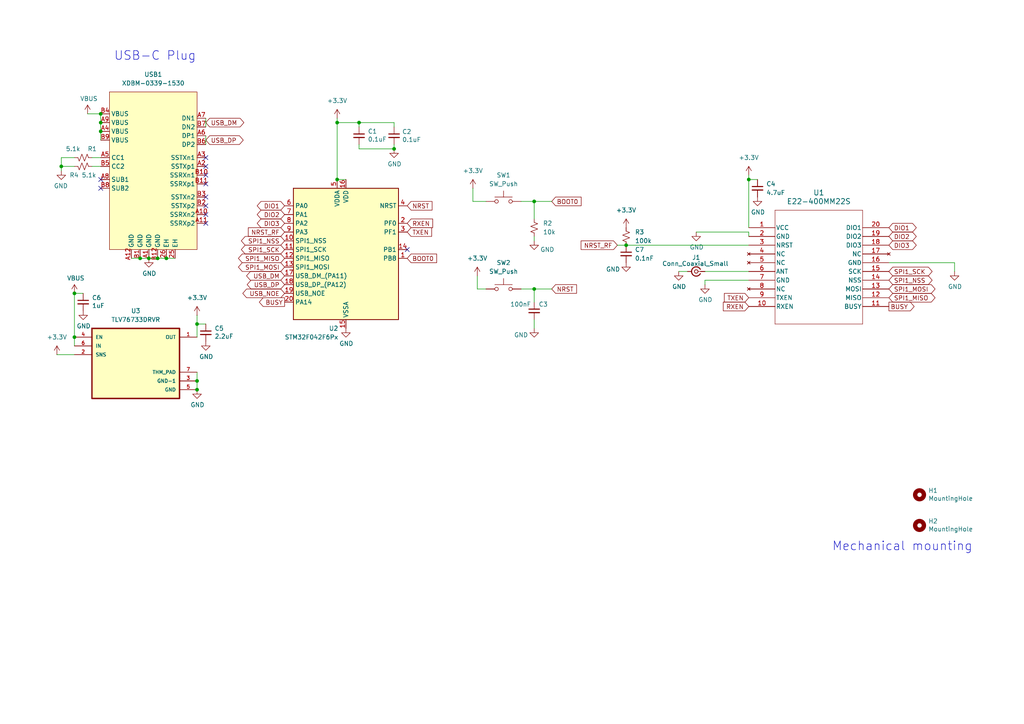
<source format=kicad_sch>
(kicad_sch (version 20250114) (generator "eeschema") (generator_version "9.0")
  (paper "A4")
  (lib_symbols
    (symbol "Connector:Conn_Coaxial_Small" (pin_numbers (hide yes)) (pin_names (offset 1.016) (hide yes))
      (property "Reference" "J" (at 0.254 3.048 0))
      (property "Value" "Conn_Coaxial_Small" (at 0 -3.81 0))
      (symbol "Conn_Coaxial_Small_0_1"
        (polyline (pts (xy -2.54 0) (xy -0.508 0)))
        (circle (center 0 0) (radius 0.508) (stroke (width 0.2032)))
      )
      (symbol "Conn_Coaxial_Small_1_1"
        (arc (start 1.3484 0.0039) (mid 0.327 -1.308) (end -1.1916 -0.6311) (stroke (width 0.3048)))
        (arc (start -1.1916 0.6311) (mid 0.327 1.3081) (end 1.3484 -0.0039) (stroke (width 0.3048)))
        (pin passive line (at -2.54 0 0) (length 1.27) (name "In") (number "1"))
        (pin passive line (at 2.54 0 180) (length 1.27) (name "Ext") (number "2"))
      )
    )
    (symbol "Device:C_Small" (pin_numbers (hide yes)) (pin_names (offset 0.254) (hide yes))
      (property "Reference" "C" (at 0.254 1.778 0))
      (property "Value" "C_Small" (at 0.254 -2.032 0))
      (symbol "C_Small_0_1"
        (polyline (pts (xy -1.524 0.508) (xy 1.524 0.508)) (stroke (width 0.3048)))
        (polyline (pts (xy -1.524 -0.508) (xy 1.524 -0.508)) (stroke (width 0.3302)))
      )
      (symbol "C_Small_1_1"
        (pin passive line (at 0 2.54 270) (length 2.032) (name "~") (number "1"))
        (pin passive line (at 0 -2.54 90) (length 2.032) (name "~") (number "2"))
      )
    )
    (symbol "Device:R_Small_US" (pin_numbers (hide yes)) (pin_names (offset 0.254) (hide yes))
      (property "Reference" "R" (at 0.762 0.508 0))
      (property "Value" "R_Small_US" (at 0.762 -1.016 0))
      (symbol "R_Small_US_1_1"
        (polyline (pts (xy 0 1.524) (xy 1.016 1.143) (xy 0 0.762) (xy -1.016 0.381) (xy 0 0)))
        (polyline (pts (xy 0 0) (xy 1.016 -0.381) (xy 0 -0.762) (xy -1.016 -1.143) (xy 0 -1.524)))
        (pin passive line (at 0 2.54 270) (length 1.016) (name "~") (number "1"))
        (pin passive line (at 0 -2.54 90) (length 1.016) (name "~") (number "2"))
      )
    )
    (symbol "E22-400MM22S:E22-400MM22S" (pin_names (offset 0.254))
      (property "Reference" "U" (at 20.32 10.16 0))
      (property "Value" "E22-400MM22S" (at 20.32 7.62 0))
      (symbol "E22-400MM22S_0_1"
        (polyline (pts (xy 7.62 5.08) (xy 7.62 -27.94)) (stroke (width 0.127)))
        (polyline (pts (xy 7.62 -27.94) (xy 33.02 -27.94)) (stroke (width 0.127)))
        (polyline (pts (xy 33.02 5.08) (xy 7.62 5.08)) (stroke (width 0.127)))
        (polyline (pts (xy 33.02 -27.94) (xy 33.02 5.08)) (stroke (width 0.127)))
        (pin power_in line (at 0 0 0) (length 7.62) (name "VCC") (number "1"))
        (pin power_out line (at 0 -2.54 0) (length 7.62) (name "GND") (number "2"))
        (pin input line (at 0 -5.08 0) (length 7.62) (name "NRST") (number "3"))
        (pin no_connect line (at 0 -7.62 0) (length 7.62) (name "NC") (number "4"))
        (pin no_connect line (at 0 -10.16 0) (length 7.62) (name "NC") (number "5"))
        (pin unspecified line (at 0 -12.7 0) (length 7.62) (name "ANT") (number "6"))
        (pin power_out line (at 0 -15.24 0) (length 7.62) (name "GND") (number "7"))
        (pin no_connect line (at 0 -17.78 0) (length 7.62) (name "NC") (number "8"))
        (pin input line (at 0 -20.32 0) (length 7.62) (name "TXEN") (number "9"))
        (pin input line (at 0 -22.86 0) (length 7.62) (name "RXEN") (number "10"))
        (pin bidirectional line (at 40.64 0 180) (length 7.62) (name "DIO1") (number "20"))
        (pin bidirectional line (at 40.64 -2.54 180) (length 7.62) (name "DIO2") (number "19"))
        (pin bidirectional line (at 40.64 -5.08 180) (length 7.62) (name "DIO3") (number "18"))
        (pin no_connect line (at 40.64 -7.62 180) (length 7.62) (name "NC") (number "17"))
        (pin power_out line (at 40.64 -10.16 180) (length 7.62) (name "GND") (number "16"))
        (pin input line (at 40.64 -12.7 180) (length 7.62) (name "SCK") (number "15"))
        (pin input line (at 40.64 -15.24 180) (length 7.62) (name "NSS") (number "14"))
        (pin input line (at 40.64 -17.78 180) (length 7.62) (name "MOSI") (number "13"))
        (pin output line (at 40.64 -20.32 180) (length 7.62) (name "MISO") (number "12"))
        (pin output line (at 40.64 -22.86 180) (length 7.62) (name "BUSY") (number "11"))
      )
    )
    (symbol "Expansion_Card-rescue:GND-power" (power) (pin_names (offset 0))
      (property "Value" "power_GND" (at 0 -3.81 0))
      (symbol "GND-power_0_1"
        (polyline (pts (xy 0 0) (xy 0 -1.27) (xy 1.27 -1.27) (xy 0 -2.54) (xy -1.27 -1.27) (xy 0 -1.27)))
      )
      (symbol "GND-power_1_1"
        (pin power_in line (at 0 0 270) (length 0) (hide yes) (name "GND") (number "1"))
      )
    )
    (symbol "Expansion_Card-rescue:VBUS-power" (power) (pin_names (offset 0))
      (property "Value" "power_VBUS" (at 0 3.81 0))
      (symbol "VBUS-power_0_1"
        (polyline (pts (xy -0.762 1.27) (xy 0 2.54)))
        (polyline (pts (xy 0 2.54) (xy 0.762 1.27)))
        (polyline (pts (xy 0 0) (xy 0 2.54)))
      )
      (symbol "VBUS-power_1_1"
        (pin power_in line (at 0 0 90) (length 0) (hide yes) (name "VBUS") (number "1"))
      )
    )
    (symbol "MCU_ST_STM32F0:STM32F042F6Px"
      (property "Reference" "U" (at -15.24 21.59 0))
      (property "Value" "STM32F042F6Px" (at 5.08 21.59 0))
      (symbol "STM32F042F6Px_0_1"
        (rectangle (start -15.24 -17.78) (end 15.24 20.32) (stroke (width 0.254)) (fill (type background)))
      )
      (symbol "STM32F042F6Px_1_1"
        (pin input line (at -17.78 15.24 0) (length 2.54) (name "NRST") (number "4"))
        (pin bidirectional line (at -17.78 10.16 0) (length 2.54) (name "PF0") (number "2"))
        (pin bidirectional line (at -17.78 7.62 0) (length 2.54) (name "PF1") (number "3"))
        (pin bidirectional line (at -17.78 2.54 0) (length 2.54) (name "PB1") (number "14"))
        (pin bidirectional line (at -17.78 0 0) (length 2.54) (name "PB8") (number "1"))
        (pin power_in line (at 0 22.86 270) (length 2.54) (name "VDD") (number "16"))
        (pin power_in line (at 0 -20.32 90) (length 2.54) (name "VSSA") (number "15"))
        (pin power_in line (at 2.54 22.86 270) (length 2.54) (name "VDDA") (number "5"))
        (pin bidirectional line (at 17.78 15.24 180) (length 2.54) (name "PA0") (number "6"))
        (pin bidirectional line (at 17.78 12.7 180) (length 2.54) (name "PA1") (number "7"))
        (pin bidirectional line (at 17.78 10.16 180) (length 2.54) (name "PA2") (number "8"))
        (pin bidirectional line (at 17.78 7.62 180) (length 2.54) (name "PA3") (number "9"))
        (pin bidirectional line (at 17.78 5.08 180) (length 2.54) (name "PA4") (number "10") (alternate "SPI1_NSS" bidirectional line) (alternate "USB_NOE" bidirectional line))
        (pin bidirectional line (at 17.78 2.54 180) (length 2.54) (name "PA5") (number "11") (alternate "SPI1_SCK" bidirectional line))
        (pin bidirectional line (at 17.78 0 180) (length 2.54) (name "PA6") (number "12") (alternate "SPI1_MISO" bidirectional line))
        (pin bidirectional line (at 17.78 -2.54 180) (length 2.54) (name "PA7") (number "13") (alternate "SPI1_MOSI" bidirectional line))
        (pin bidirectional line (at 17.78 -5.08 180) (length 2.54) (name "PA9/PA11") (number "17") (alternate "USB_DM (PA11)" bidirectional line))
        (pin bidirectional line (at 17.78 -7.62 180) (length 2.54) (name "PA10/PA12") (number "18") (alternate "USB_DP (PA12)" bidirectional line))
        (pin bidirectional line (at 17.78 -10.16 180) (length 2.54) (name "PA13") (number "19") (alternate "USB_NOE" bidirectional line))
        (pin bidirectional line (at 17.78 -12.7 180) (length 2.54) (name "PA14") (number "20"))
      )
    )
    (symbol "Mechanical:MountingHole" (pin_names (offset 1.016)) (exclude_from_sim yes) (in_bom no)
      (property "Reference" "H" (at 0 5.08 0))
      (property "Value" "MountingHole" (at 0 3.175 0))
      (symbol "MountingHole_0_1"
        (circle (center 0 0) (radius 1.27) (stroke (width 1.27)))
      )
    )
    (symbol "Switch:SW_Push" (pin_numbers (hide yes)) (pin_names (offset 1.016) (hide yes))
      (property "Reference" "SW" (at 1.27 2.54 0))
      (property "Value" "SW_Push" (at 0 -1.524 0))
      (symbol "SW_Push_0_1"
        (circle (center -2.032 0) (radius 0.508))
        (polyline (pts (xy 0 1.27) (xy 0 3.048)))
        (circle (center 2.032 0) (radius 0.508))
        (polyline (pts (xy 2.54 1.27) (xy -2.54 1.27)))
        (pin passive line (at -5.08 0 0) (length 2.54) (name "1") (number "1"))
        (pin passive line (at 5.08 0 180) (length 2.54) (name "2") (number "2"))
      )
    )
    (symbol "TLV76733DRVR:TLV76733DRVR" (pin_names (offset 1.016))
      (property "Reference" "U3" (at 0 15.24 0))
      (property "Value" "TLV76733DRVR" (at 0 12.7 0))
      (symbol "TLV76733DRVR_0_0"
        (rectangle (start -12.7 10.16) (end 12.7 -10.16) (stroke (width 0.41)) (fill (type background)))
        (pin input line (at -17.78 7.62 0) (length 5.08) (name "EN") (number "4"))
        (pin input line (at -17.78 5.08 0) (length 5.08) (name "IN") (number "6"))
        (pin input line (at -17.78 2.54 0) (length 5.08) (name "SNS") (number "2"))
        (pin output line (at 17.78 7.62 180) (length 5.08) (name "OUT") (number "1"))
        (pin power_in line (at 17.78 -5.08 180) (length 5.08) (name "GND-1") (number "3"))
        (pin power_in line (at 17.78 -7.62 180) (length 5.08) (name "GND") (number "5"))
      )
      (symbol "TLV76733DRVR_1_0"
        (pin power_in line (at 17.78 -2.54 180) (length 5.08) (name "THM_PAD") (number "7"))
      )
    )
    (symbol "XDBM-0339-1530:XDBM-0339-1530"
      (property "Reference" "USB" (at 0 27.94 0))
      (property "Value" "XDBM-0339-1530" (at 0 -25.4 0))
      (symbol "XDBM-0339-1530_0_1"
        (rectangle (start -12.7 25.4) (end 12.7 -20.32) (fill (type background)))
        (pin unspecified line (at -15.24 19.05 0) (length 2.54) (name "VBUS") (number "B4"))
        (pin unspecified line (at -15.24 16.51 0) (length 2.54) (name "VBUS") (number "A9"))
        (pin unspecified line (at -15.24 13.97 0) (length 2.54) (name "VBUS") (number "A4"))
        (pin unspecified line (at -15.24 11.43 0) (length 2.54) (name "VBUS") (number "B9"))
        (pin unspecified line (at -15.24 6.35 0) (length 2.54) (name "CC1") (number "A5"))
        (pin unspecified line (at -15.24 3.81 0) (length 2.54) (name "CC2") (number "B5"))
        (pin unspecified line (at -15.24 0 0) (length 2.54) (name "SUB1") (number "A8"))
        (pin unspecified line (at -15.24 -2.54 0) (length 2.54) (name "SUB2") (number "B8"))
        (pin unspecified line (at -6.35 -22.86 90) (length 2.54) (name "GND") (number "A12"))
        (pin unspecified line (at -3.81 -22.86 90) (length 2.54) (name "GND") (number "B1"))
        (pin unspecified line (at -1.27 -22.86 90) (length 2.54) (name "GND") (number "A1"))
        (pin unspecified line (at 1.27 -22.86 90) (length 2.54) (name "GND") (number "B12"))
        (pin unspecified line (at 15.24 17.78 180) (length 2.54) (name "DN1") (number "A7"))
        (pin unspecified line (at 15.24 15.24 180) (length 2.54) (name "DN2") (number "B7"))
        (pin unspecified line (at 15.24 12.7 180) (length 2.54) (name "DP1") (number "A6"))
        (pin unspecified line (at 15.24 10.16 180) (length 2.54) (name "DP2") (number "B6"))
        (pin unspecified line (at 15.24 6.35 180) (length 2.54) (name "SSTXn1") (number "A3"))
        (pin unspecified line (at 15.24 1.27 180) (length 2.54) (name "SSRXn1") (number "B10"))
        (pin unspecified line (at 15.24 -1.27 180) (length 2.54) (name "SSRXp1") (number "B11"))
        (pin unspecified line (at 15.24 -5.08 180) (length 2.54) (name "SSTXn2") (number "B3"))
        (pin unspecified line (at 15.24 -7.62 180) (length 2.54) (name "SSTXp2") (number "B2"))
        (pin unspecified line (at 15.24 -10.16 180) (length 2.54) (name "SSRXn2") (number "A10"))
        (pin unspecified line (at 15.24 -12.7 180) (length 2.54) (name "SSRXp2") (number "A11"))
      )
      (symbol "XDBM-0339-1530_1_1"
        (pin unspecified line (at 3.81 -22.86 90) (length 2.54) (name "EH") (number "26"))
        (pin unspecified line (at 6.35 -22.86 90) (length 2.54) (name "EH") (number "25"))
        (pin unspecified line (at 15.24 3.81 180) (length 2.54) (name "SSTXp1") (number "A2"))
      )
    )
    (symbol "power:+3.3V" (power) (pin_numbers (hide yes)) (pin_names (offset 0) (hide yes))
      (property "Value" "+3.3V" (at 0 3.556 0))
      (symbol "+3.3V_0_1"
        (polyline (pts (xy -0.762 1.27) (xy 0 2.54)))
        (polyline (pts (xy 0 2.54) (xy 0.762 1.27)))
        (polyline (pts (xy 0 0) (xy 0 2.54)))
      )
      (symbol "+3.3V_1_1"
        (pin power_in line (at 0 0 90) (length 0) (name "~") (number "1"))
      )
    )
    (symbol "power:GND" (power) (pin_names (offset 0))
      (property "Value" "GND" (at 0 -3.81 0))
      (symbol "GND_0_1"
        (polyline (pts (xy 0 0) (xy 0 -1.27) (xy 1.27 -1.27) (xy 0 -2.54) (xy -1.27 -1.27) (xy 0 -1.27)))
      )
      (symbol "GND_1_1"
        (pin power_in line (at 0 0 270) (length 0) (hide yes) (name "GND") (number "1"))
      )
    )
  )
  (text "USB-C Plug" (at 33.02 17.78 0) (effects (font (size 2.54 2.54)) (justify left bottom)))
  (text "Mechanical mounting" (at 241.3 160.02 0) (effects (font (size 2.54 2.54)) (justify left bottom)))
  (junction (at 45.72 74.93))
  (junction (at 29.21 38.1))
  (junction (at 21.59 85.09))
  (junction (at 57.15 113.03))
  (junction (at 104.14 35.56))
  (junction (at 217.17 52.07))
  (junction (at 17.78 48.26))
  (junction (at 154.94 83.82))
  (junction (at 114.3 43.18))
  (junction (at 43.18 74.93))
  (junction (at 40.64 74.93))
  (junction (at 48.26 74.93))
  (junction (at 181.61 71.12))
  (junction (at 97.79 52.07))
  (junction (at 154.94 58.42))
  (junction (at 57.15 110.49))
  (junction (at 97.79 35.56))
  (junction (at 29.21 33.02))
  (junction (at 29.21 35.56))
  (junction (at 21.59 97.79))
  (junction (at 57.15 93.98))
  (no_connect (at 59.69 48.26))
  (no_connect (at 59.69 50.8))
  (no_connect (at 59.69 57.15))
  (no_connect (at 29.21 54.61))
  (no_connect (at 59.69 45.72))
  (no_connect (at 59.69 64.77))
  (no_connect (at 59.69 59.69))
  (no_connect (at 59.69 62.23))
  (no_connect (at 29.21 52.07))
  (no_connect (at 118.11 72.39))
  (no_connect (at 59.69 53.34))
  (wire (pts (xy 217.17 67.31) (xy 217.17 68.58)))
  (wire (pts (xy 104.14 35.56) (xy 97.79 35.56)))
  (wire (pts (xy 114.3 43.18) (xy 104.14 43.18)))
  (wire (pts (xy 217.17 50.8) (xy 217.17 52.07)))
  (wire (pts (xy 29.21 33.02) (xy 29.21 35.56)))
  (wire (pts (xy 17.78 48.26) (xy 21.59 48.26)))
  (wire (pts (xy 21.59 85.09) (xy 24.13 85.09)))
  (wire (pts (xy 29.21 38.1) (xy 29.21 40.64)))
  (wire (pts (xy 217.17 52.07) (xy 217.17 66.04)))
  (wire (pts (xy 204.47 81.28) (xy 217.17 81.28)))
  (wire (pts (xy 137.16 54.61) (xy 137.16 58.42)))
  (wire (pts (xy 217.17 52.07) (xy 219.71 52.07)))
  (wire (pts (xy 21.59 97.79) (xy 21.59 100.33)))
  (wire (pts (xy 38.1 74.93) (xy 40.64 74.93)))
  (wire (pts (xy 57.15 91.44) (xy 57.15 93.98)))
  (wire (pts (xy 43.18 74.93) (xy 45.72 74.93)))
  (wire (pts (xy 204.47 81.28) (xy 204.47 82.55)))
  (wire (pts (xy 57.15 110.49) (xy 57.15 113.03)))
  (wire (pts (xy 97.79 35.56) (xy 97.79 52.07)))
  (wire (pts (xy 151.13 83.82) (xy 154.94 83.82)))
  (wire (pts (xy 138.43 80.01) (xy 138.43 83.82)))
  (wire (pts (xy 160.02 83.82) (xy 154.94 83.82)))
  (wire (pts (xy 57.15 93.98) (xy 59.69 93.98)))
  (wire (pts (xy 154.94 83.82) (xy 154.94 87.63)))
  (wire (pts (xy 114.3 41.91) (xy 114.3 43.18)))
  (wire (pts (xy 196.85 78.74) (xy 199.39 78.74)))
  (wire (pts (xy 21.59 45.72) (xy 17.78 45.72)))
  (wire (pts (xy 40.64 74.93) (xy 43.18 74.93)))
  (wire (pts (xy 26.67 48.26) (xy 29.21 48.26)))
  (wire (pts (xy 140.97 58.42) (xy 137.16 58.42)))
  (wire (pts (xy 17.78 45.72) (xy 17.78 48.26)))
  (wire (pts (xy 59.69 34.29) (xy 59.69 36.83)))
  (wire (pts (xy 154.94 58.42) (xy 151.13 58.42)))
  (wire (pts (xy 25.4 33.02) (xy 29.21 33.02)))
  (wire (pts (xy 104.14 35.56) (xy 104.14 36.83)))
  (wire (pts (xy 154.94 58.42) (xy 154.94 63.5)))
  (wire (pts (xy 48.26 74.93) (xy 50.8 74.93)))
  (wire (pts (xy 57.15 93.98) (xy 57.15 97.79)))
  (wire (pts (xy 179.07 71.12) (xy 181.61 71.12)))
  (wire (pts (xy 154.94 58.42) (xy 160.02 58.42)))
  (wire (pts (xy 204.47 78.74) (xy 217.17 78.74)))
  (wire (pts (xy 57.15 107.95) (xy 57.15 110.49)))
  (wire (pts (xy 29.21 45.72) (xy 26.67 45.72)))
  (wire (pts (xy 114.3 35.56) (xy 114.3 36.83)))
  (wire (pts (xy 181.61 71.12) (xy 217.17 71.12)))
  (wire (pts (xy 104.14 41.91) (xy 104.14 43.18)))
  (wire (pts (xy 21.59 85.09) (xy 21.59 97.79)))
  (wire (pts (xy 97.79 34.29) (xy 97.79 35.56)))
  (wire (pts (xy 104.14 35.56) (xy 114.3 35.56)))
  (wire (pts (xy 154.94 95.25) (xy 154.94 92.71)))
  (wire (pts (xy 97.79 52.07) (xy 100.33 52.07)))
  (wire (pts (xy 29.21 35.56) (xy 29.21 38.1)))
  (wire (pts (xy 217.17 67.31) (xy 201.93 67.31)))
  (wire (pts (xy 59.69 39.37) (xy 59.69 41.91)))
  (wire (pts (xy 17.78 48.26) (xy 17.78 49.53)))
  (wire (pts (xy 276.86 76.2) (xy 276.86 78.74)))
  (wire (pts (xy 16.51 102.87) (xy 21.59 102.87)))
  (wire (pts (xy 45.72 74.93) (xy 48.26 74.93)))
  (wire (pts (xy 138.43 83.82) (xy 140.97 83.82)))
  (wire (pts (xy 154.94 68.58) (xy 154.94 69.85)))
  (wire (pts (xy 257.81 76.2) (xy 276.86 76.2)))
  (global_label "SPI1_MOSI" (shape bidirectional) (at 82.55 77.47 180) (property "Intersheetrefs" "${INTERSHEET_REFS}" (effects (hide yes))))
  (global_label "DIO3" (shape bidirectional) (at 257.81 71.12 0) (property "Intersheetrefs" "${INTERSHEET_REFS}" (effects (hide yes))))
  (global_label "NRST_RF" (shape input) (at 82.55 67.31 180) (property "Intersheetrefs" "${INTERSHEET_REFS}" (effects (hide yes))))
  (global_label "USB_DP" (shape bidirectional) (at 82.55 82.55 180) (property "Intersheetrefs" "${INTERSHEET_REFS}" (effects (hide yes))))
  (global_label "BOOT0" (shape input) (at 118.11 74.93 0) (property "Intersheetrefs" "${INTERSHEET_REFS}" (effects (hide yes))))
  (global_label "RXEN" (shape input) (at 118.11 64.77 0) (property "Intersheetrefs" "${INTERSHEET_REFS}" (effects (hide yes))))
  (global_label "SPI1_NSS" (shape bidirectional) (at 82.55 69.85 180) (property "Intersheetrefs" "${INTERSHEET_REFS}" (effects (hide yes))))
  (global_label "SPI1_MOSI" (shape bidirectional) (at 257.81 83.82 0) (property "Intersheetrefs" "${INTERSHEET_REFS}" (effects (hide yes))))
  (global_label "NRST" (shape input) (at 118.11 59.69 0) (property "Intersheetrefs" "${INTERSHEET_REFS}" (effects (hide yes))))
  (global_label "RXEN" (shape input) (at 217.17 88.9 180) (property "Intersheetrefs" "${INTERSHEET_REFS}" (effects (hide yes))))
  (global_label "SPI1_SCK" (shape bidirectional) (at 82.55 72.39 180) (property "Intersheetrefs" "${INTERSHEET_REFS}" (effects (hide yes))))
  (global_label "TXEN" (shape input) (at 217.17 86.36 180) (property "Intersheetrefs" "${INTERSHEET_REFS}" (effects (hide yes))))
  (global_label "DIO2" (shape bidirectional) (at 82.55 62.23 180) (property "Intersheetrefs" "${INTERSHEET_REFS}" (effects (hide yes))))
  (global_label "USB_NOE" (shape bidirectional) (at 82.55 85.09 180) (property "Intersheetrefs" "${INTERSHEET_REFS}" (effects (hide yes))))
  (global_label "SPI1_MISO" (shape bidirectional) (at 257.81 86.36 0) (property "Intersheetrefs" "${INTERSHEET_REFS}" (effects (hide yes))))
  (global_label "NRST_RF" (shape input) (at 179.07 71.12 180) (property "Intersheetrefs" "${INTERSHEET_REFS}" (effects (hide yes))))
  (global_label "NRST" (shape input) (at 160.02 83.82 0) (property "Intersheetrefs" "${INTERSHEET_REFS}" (effects (hide yes))))
  (global_label "DIO1" (shape bidirectional) (at 82.55 59.69 180) (property "Intersheetrefs" "${INTERSHEET_REFS}" (effects (hide yes))))
  (global_label "DIO3" (shape bidirectional) (at 82.55 64.77 180) (property "Intersheetrefs" "${INTERSHEET_REFS}" (effects (hide yes))))
  (global_label "DIO2" (shape bidirectional) (at 257.81 68.58 0) (property "Intersheetrefs" "${INTERSHEET_REFS}" (effects (hide yes))))
  (global_label "SPI1_SCK" (shape bidirectional) (at 257.81 78.74 0) (property "Intersheetrefs" "${INTERSHEET_REFS}" (effects (hide yes))))
  (global_label "BUSY" (shape output) (at 257.81 88.9 0) (property "Intersheetrefs" "${INTERSHEET_REFS}" (effects (hide yes))))
  (global_label "SPI1_NSS" (shape bidirectional) (at 257.81 81.28 0) (property "Intersheetrefs" "${INTERSHEET_REFS}" (effects (hide yes))))
  (global_label "DIO1" (shape bidirectional) (at 257.81 66.04 0) (property "Intersheetrefs" "${INTERSHEET_REFS}" (effects (hide yes))))
  (global_label "BUSY" (shape output) (at 82.55 87.63 180) (property "Intersheetrefs" "${INTERSHEET_REFS}" (effects (hide yes))))
  (global_label "USB_DM" (shape bidirectional) (at 59.69 35.56 0) (property "Intersheetrefs" "${INTERSHEET_REFS}" (effects (hide yes))))
  (global_label "USB_DP" (shape bidirectional) (at 59.69 40.64 0) (property "Intersheetrefs" "${INTERSHEET_REFS}" (effects (hide yes))))
  (global_label "BOOT0" (shape input) (at 160.02 58.42 0) (property "Intersheetrefs" "${INTERSHEET_REFS}" (effects (hide yes))))
  (global_label "USB_DM" (shape bidirectional) (at 82.55 80.01 180) (property "Intersheetrefs" "${INTERSHEET_REFS}" (effects (hide yes))))
  (global_label "TXEN" (shape input) (at 118.11 67.31 0) (property "Intersheetrefs" "${INTERSHEET_REFS}" (effects (hide yes))))
  (global_label "SPI1_MISO" (shape bidirectional) (at 82.55 74.93 180) (property "Intersheetrefs" "${INTERSHEET_REFS}" (effects (hide yes))))
  (symbol (lib_id "power:GND") (at 196.85 78.74 0) (unit 1)
    (property "Reference" "#PWR023" (effects (hide yes)))
    (property "Value" "GND" (at 196.977 83.1342 0))
  )
  (symbol (lib_id "power:GND") (at 154.94 95.25 0) (unit 1)
    (property "Reference" "#PWR013" (effects (hide yes)))
    (property "Value" "GND" (at 151.13 97.155 0))
  )
  (symbol (lib_id "Device:C_Small") (at 24.13 87.63 0) (unit 1)
    (property "Reference" "C6" (at 26.67 86.36 0) (effects (justify left)))
    (property "Value" "1uF" (at 26.67 88.6714 0) (effects (justify left)))
    (property "Footprint" "Capacitor_SMD:C_0402_1005Metric" (effects (hide yes)))
  )
  (symbol (lib_id "power:GND") (at 57.15 113.03 0) (unit 1)
    (property "Reference" "#PWR018" (effects (hide yes)))
    (property "Value" "GND" (at 57.277 117.4242 0))
  )
  (symbol (lib_id "Device:C_Small") (at 59.69 96.52 0) (unit 1)
    (property "Reference" "C5" (at 62.23 95.25 0) (effects (justify left)))
    (property "Value" "2.2uF" (at 62.23 97.5614 0) (effects (justify left)))
    (property "Footprint" "Capacitor_SMD:C_0402_1005Metric" (effects (hide yes)))
  )
  (symbol (lib_id "power:GND") (at 24.13 90.17 0) (unit 1)
    (property "Reference" "#PWR022" (effects (hide yes)))
    (property "Value" "GND" (at 24.257 94.5642 0))
  )
  (symbol (lib_id "E22-400MM22S:E22-400MM22S") (at 217.17 66.04 0) (unit 1)
    (property "Reference" "U1" (at 237.49 55.88 0) (effects (font (size 1.524 1.524))))
    (property "Value" "E22-400MM22S" (at 237.49 58.42 0) (effects (font (size 1.524 1.524))))
    (property "Footprint" "footprints:MOD20_E22-400MM22S_CGD-M" (effects (hide yes)))
    (property "Datasheet" "E22-400MM22S" (effects (hide yes)))
  )
  (symbol (lib_id "Device:R_Small_US") (at 24.13 48.26 90) (mirror x) (unit 1)
    (property "Reference" "R4" (at 22.86 50.8 90) (effects (justify left)))
    (property "Value" "5.1k" (at 27.94 50.8 90) (effects (justify left)))
    (property "Footprint" "Resistor_SMD:R_0402_1005Metric" (effects (hide yes)))
  )
  (symbol (lib_id "Connector:Conn_Coaxial_Small") (at 201.93 78.74 180) (unit 1)
    (property "Reference" "J1" (at 201.93 74.676 0))
    (property "Value" "Conn_Coaxial_Small" (at 201.676 76.454 0))
    (property "Footprint" "Connector_Coaxial:MMCX_Molex_73415-0961_Horizontal_1.6mm-PCB" (effects (hide yes)))
    (property "Description" "small coaxial connector (BNC, SMA, SMB, SMC, Cinch/RCA, LEMO, ...)" (effects (hide yes)))
  )
  (symbol (lib_id "Device:R_Small_US") (at 181.61 68.58 0) (unit 1)
    (property "Reference" "R3" (at 184.15 67.3099 0) (effects (justify left)))
    (property "Value" "100k" (at 184.15 69.8499 0) (effects (justify left)))
    (property "Footprint" "Resistor_SMD:R_0402_1005Metric" (effects (hide yes)))
    (property "Description" "Resistor, small US symbol" (effects (hide yes)))
  )
  (symbol (lib_id "Device:C_Small") (at 104.14 39.37 0) (unit 1)
    (property "Reference" "C1" (at 106.68 38.1 0) (effects (justify left)))
    (property "Value" "0.1uF" (at 106.68 40.4114 0) (effects (justify left)))
    (property "Footprint" "Capacitor_SMD:C_0402_1005Metric" (effects (hide yes)))
  )
  (symbol (lib_id "Device:R_Small_US") (at 24.13 45.72 270) (mirror x) (unit 1)
    (property "Reference" "R1" (at 25.4 43.18 90) (effects (justify left)))
    (property "Value" "5.1k" (at 19.05 43.18 90) (effects (justify left)))
    (property "Footprint" "Resistor_SMD:R_0402_1005Metric" (effects (hide yes)))
  )
  (symbol (lib_id "power:+3.3V") (at 97.79 34.29 0) (unit 1)
    (property "Reference" "#PWR06" (effects (hide yes)))
    (property "Value" "+3.3V" (at 97.79 29.21 0))
    (property "Description" "Power symbol creates a global label with name \"+3.3V\"" (effects (hide yes)))
  )
  (symbol (lib_id "power:+3.3V") (at 181.61 66.04 0) (unit 1)
    (property "Reference" "#PWR024" (effects (hide yes)))
    (property "Value" "+3.3V" (at 181.61 60.96 0))
    (property "Description" "Power symbol creates a global label with name \"+3.3V\"" (effects (hide yes)))
  )
  (symbol (lib_id "power:GND") (at 100.33 95.25 0) (unit 1)
    (property "Reference" "#PWR05" (effects (hide yes)))
    (property "Value" "GND" (at 100.457 99.6442 0))
  )
  (symbol (lib_id "power:GND") (at 204.47 82.55 0) (unit 1)
    (property "Reference" "#PWR09" (effects (hide yes)))
    (property "Value" "GND" (at 204.597 86.9442 0))
  )
  (symbol (lib_id "MCU_ST_STM32F0:STM32F042F6Px") (at 100.33 74.93 0) (mirror y) (unit 1)
    (property "Reference" "U2" (at 98.1359 95.25 0) (effects (justify left)))
    (property "Value" "STM32F042F6Px" (at 98.1359 97.79 0) (effects (justify left)))
    (property "Footprint" "Package_SO:TSSOP-20_4.4x6.5mm_P0.65mm" (effects (hide yes)))
    (property "Datasheet" "https://www.st.com/resource/en/datasheet/stm32f042f6.pdf" (effects (hide yes)))
    (property "Description" "STMicroelectronics Arm Cortex-M0 MCU, 32KB flash, 6KB RAM, 48 MHz, 2.0-3.6V, 16 GPIO, TSSOP20" (effects (hide yes)))
    (pin "10" (alternate "SPI1_NSS"))
    (pin "19" (alternate "USB_NOE"))
    (pin "17" (alternate "USB_DM (PA11)"))
    (pin "13" (alternate "SPI1_MOSI"))
    (pin "12" (alternate "SPI1_MISO"))
    (pin "18" (alternate "USB_DP (PA12)"))
    (pin "11" (alternate "SPI1_SCK"))
  )
  (symbol (lib_id "Expansion_Card-rescue:VBUS-power") (at 21.59 85.09 0) (unit 1)
    (property "Reference" "#PWR017" (effects (hide yes)))
    (property "Value" "VBUS" (at 21.971 80.6958 0))
  )
  (symbol (lib_id "Device:C_Small") (at 219.71 54.61 0) (unit 1)
    (property "Reference" "C4" (at 222.25 53.3462 0) (effects (justify left)))
    (property "Value" "4.7uF" (at 222.25 55.8862 0) (effects (justify left)))
    (property "Footprint" "Capacitor_SMD:C_0402_1005Metric" (effects (hide yes)))
    (property "Description" "Unpolarized capacitor, small symbol" (effects (hide yes)))
  )
  (symbol (lib_id "Switch:SW_Push") (at 146.05 58.42 0) (unit 1)
    (property "Reference" "SW1" (at 146.05 50.8 0))
    (property "Value" "SW_Push" (at 146.05 53.34 0))
    (property "Footprint" "Button_Switch_SMD:SW_Push_SPST_NO_Alps_SKRK" (effects (hide yes)))
    (property "Description" "Push button switch, generic, two pins" (effects (hide yes)))
  )
  (symbol (lib_id "power:GND") (at 201.93 67.31 0) (unit 1)
    (property "Reference" "#PWR014" (effects (hide yes)))
    (property "Value" "GND" (at 202.057 71.7042 0))
  )
  (symbol (lib_id "Mechanical:MountingHole") (at 266.7 152.4 0) (unit 1)
    (property "Reference" "H2" (at 269.24 151.1554 0) (effects (justify left)))
    (property "Value" "MountingHole" (at 269.24 153.4668 0) (effects (justify left)))
    (property "Footprint" "MountingHole:MountingHole_2.2mm_M2" (effects (hide yes)))
  )
  (symbol (lib_id "power:+3.3V") (at 137.16 54.61 0) (unit 1)
    (property "Reference" "#PWR010" (effects (hide yes)))
    (property "Value" "+3.3V" (at 137.16 49.53 0))
    (property "Description" "Power symbol creates a global label with name \"+3.3V\"" (effects (hide yes)))
  )
  (symbol (lib_id "Device:R_Small_US") (at 154.94 66.04 0) (unit 1)
    (property "Reference" "R2" (at 157.48 64.7699 0) (effects (justify left)))
    (property "Value" "10k" (at 157.48 67.3099 0) (effects (justify left)))
    (property "Footprint" "Resistor_SMD:R_0402_1005Metric" (effects (hide yes)))
    (property "Description" "Resistor, small US symbol" (effects (hide yes)))
  )
  (symbol (lib_id "Mechanical:MountingHole") (at 266.7 143.51 0) (unit 1)
    (property "Reference" "H1" (at 269.24 142.2654 0) (effects (justify left)))
    (property "Value" "MountingHole" (at 269.24 144.5768 0) (effects (justify left)))
    (property "Footprint" "MountingHole:MountingHole_2.2mm_M2" (effects (hide yes)))
  )
  (symbol (lib_id "power:GND") (at 219.71 57.15 0) (unit 1)
    (property "Reference" "#PWR016" (effects (hide yes)))
    (property "Value" "GND" (at 219.837 61.5442 0))
  )
  (symbol (lib_id "power:GND") (at 114.3 43.18 0) (unit 1)
    (property "Reference" "#PWR07" (effects (hide yes)))
    (property "Value" "GND" (at 114.427 47.5742 0))
  )
  (symbol (lib_id "power:+3.3V") (at 57.15 91.44 0) (unit 1)
    (property "Reference" "#PWR019" (effects (hide yes)))
    (property "Value" "+3.3V" (at 57.15 86.36 0))
    (property "Description" "Power symbol creates a global label with name \"+3.3V\"" (effects (hide yes)))
  )
  (symbol (lib_id "Expansion_Card-rescue:GND-power") (at 43.18 74.93 0) (unit 1)
    (property "Reference" "#PWR026" (effects (hide yes)))
    (property "Value" "GND" (at 43.307 79.3242 0))
  )
  (symbol (lib_id "power:GND") (at 154.94 69.85 0) (unit 1)
    (property "Reference" "#PWR012" (effects (hide yes)))
    (property "Value" "GND" (at 158.75 72.39 0))
  )
  (symbol (lib_id "Switch:SW_Push") (at 146.05 83.82 0) (unit 1)
    (property "Reference" "SW2" (at 146.05 76.2 0))
    (property "Value" "SW_Push" (at 146.05 78.74 0))
    (property "Footprint" "Button_Switch_SMD:SW_Push_SPST_NO_Alps_SKRK" (effects (hide yes)))
    (property "Description" "Push button switch, generic, two pins" (effects (hide yes)))
  )
  (symbol (lib_id "Device:C_Small") (at 154.94 90.17 0) (unit 1)
    (property "Reference" "C3" (at 156.21 88.265 0) (effects (justify left)))
    (property "Value" "100nF" (at 147.955 88.265 0) (effects (justify left)))
    (property "Footprint" "Capacitor_SMD:C_0402_1005Metric" (effects (hide yes)))
    (property "LCSC" "C307331" (effects (hide yes)))
  )
  (symbol (lib_id "TLV76733DRVR:TLV76733DRVR") (at 39.37 105.41 0) (unit 1)
    (property "Reference" "U3" (at 39.37 90.17 0))
    (property "Value" "TLV76733DRVR" (at 39.37 92.71 0))
    (property "Footprint" "footprints:SON65P200X200X80-7N" (effects (hide yes)))
  )
  (symbol (lib_id "power:+3.3V") (at 138.43 80.01 0) (mirror y) (unit 1)
    (property "Reference" "#PWR011" (effects (hide yes)))
    (property "Value" "+3.3V" (at 138.43 74.93 0))
    (property "Description" "Power symbol creates a global label with name \"+3.3V\"" (effects (hide yes)))
  )
  (symbol (lib_id "power:GND") (at 59.69 99.06 0) (unit 1)
    (property "Reference" "#PWR021" (effects (hide yes)))
    (property "Value" "GND" (at 59.817 103.4542 0))
  )
  (symbol (lib_id "power:+3.3V") (at 16.51 102.87 0) (unit 1)
    (property "Reference" "#PWR020" (effects (hide yes)))
    (property "Value" "+3.3V" (at 16.51 97.79 0))
    (property "Description" "Power symbol creates a global label with name \"+3.3V\"" (effects (hide yes)))
  )
  (symbol (lib_id "Device:C_Small") (at 114.3 39.37 0) (unit 1)
    (property "Reference" "C2" (at 116.6368 38.2016 0) (effects (justify left)))
    (property "Value" "0.1uF" (at 116.6368 40.513 0) (effects (justify left)))
    (property "Footprint" "Capacitor_SMD:C_0402_1005Metric" (effects (hide yes)))
  )
  (symbol (lib_id "XDBM-0339-1530:XDBM-0339-1530") (at 44.45 52.07 0) (unit 1)
    (property "Reference" "USB1" (at 44.45 21.59 0))
    (property "Value" "XDBM-0339-1530" (at 44.45 24.13 0))
    (property "Footprint" "footprints:USB-C-SMD_USB-3.1-C-TYPE" (effects (hide yes)))
    (property "LCSC Part" "C7527710" (effects (hide yes)))
  )
  (symbol (lib_id "power:GND") (at 181.61 76.2 0) (unit 1)
    (property "Reference" "#PWR025" (effects (hide yes)))
    (property "Value" "GND" (at 177.8 78.105 0))
  )
  (symbol (lib_id "Expansion_Card-rescue:VBUS-power") (at 25.4 33.02 0) (unit 1)
    (property "Reference" "#PWR03" (effects (hide yes)))
    (property "Value" "VBUS" (at 25.781 28.6258 0))
  )
  (symbol (lib_id "Device:C_Small") (at 181.61 73.66 0) (unit 1)
    (property "Reference" "C7" (at 184.15 72.3962 0) (effects (justify left)))
    (property "Value" "0.1nF" (at 184.15 74.9362 0) (effects (justify left)))
    (property "Footprint" "Capacitor_SMD:C_0402_1005Metric" (effects (hide yes)))
    (property "Description" "Unpolarized capacitor, small symbol" (effects (hide yes)))
  )
  (symbol (lib_id "power:+3.3V") (at 217.17 50.8 0) (unit 1)
    (property "Reference" "#PWR015" (effects (hide yes)))
    (property "Value" "+3.3V" (at 217.17 45.72 0))
    (property "Description" "Power symbol creates a global label with name \"+3.3V\"" (effects (hide yes)))
  )
  (symbol (lib_id "Expansion_Card-rescue:GND-power") (at 17.78 49.53 0) (mirror y) (unit 1)
    (property "Reference" "#PWR04" (effects (hide yes)))
    (property "Value" "GND" (at 17.653 53.9242 0))
  )
  (symbol (lib_id "power:GND") (at 276.86 78.74 0) (unit 1)
    (property "Reference" "#PWR08" (effects (hide yes)))
    (property "Value" "GND" (at 276.987 83.1342 0))
  )
)
</source>
